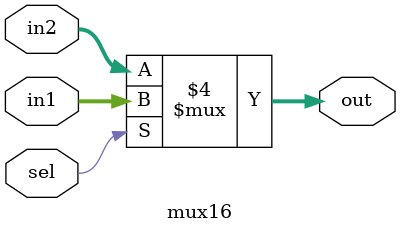
<source format=v>
`timescale 1ns / 1ps
module mux16( input [15:0] in1 , input [15:0] in2 , input  sel , output reg [15:0] out
    );
always @(*) begin
  if (sel == 1 )
		out = in1;
	else 
	out = in2;
end
endmodule

</source>
